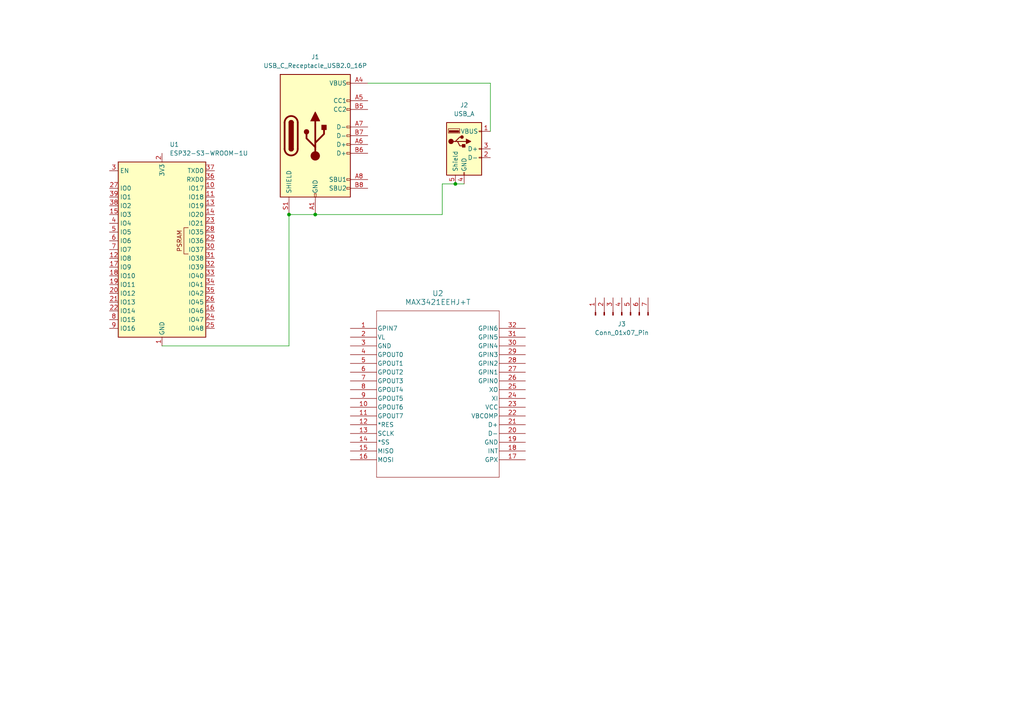
<source format=kicad_sch>
(kicad_sch (version 20231120) (generator "eeschema") (generator_version "8.0")
  (paper "A4")
  (lib_symbols
    (symbol "Connector:Conn_01x07_Pin" (pin_names (offset 1.016) hide)
      (property "Reference" "J" (at 0 10.16 0))
      (property "Value" "Conn_01x07_Pin" (at 0 -10.16 0))
      (symbol "Conn_01x07_Pin_1_1"
        (polyline (pts (xy 1.27 -7.62) (xy 0.8636 -7.62)) (stroke (width 0.1524)))
        (polyline (pts (xy 1.27 -5.08) (xy 0.8636 -5.08)) (stroke (width 0.1524)))
        (polyline (pts (xy 1.27 -2.54) (xy 0.8636 -2.54)) (stroke (width 0.1524)))
        (polyline (pts (xy 1.27 0) (xy 0.8636 0)) (stroke (width 0.1524)))
        (polyline (pts (xy 1.27 2.54) (xy 0.8636 2.54)) (stroke (width 0.1524)))
        (polyline (pts (xy 1.27 5.08) (xy 0.8636 5.08)) (stroke (width 0.1524)))
        (polyline (pts (xy 1.27 7.62) (xy 0.8636 7.62)) (stroke (width 0.1524)))
        (rectangle (start 0.8636 -7.493) (end 0 -7.747) (stroke (width 0.1524)) (fill (type outline)))
        (rectangle (start 0.8636 -4.953) (end 0 -5.207) (stroke (width 0.1524)) (fill (type outline)))
        (rectangle (start 0.8636 -2.413) (end 0 -2.667) (stroke (width 0.1524)) (fill (type outline)))
        (rectangle (start 0.8636 0.127) (end 0 -0.127) (stroke (width 0.1524)) (fill (type outline)))
        (rectangle (start 0.8636 2.667) (end 0 2.413) (stroke (width 0.1524)) (fill (type outline)))
        (rectangle (start 0.8636 5.207) (end 0 4.953) (stroke (width 0.1524)) (fill (type outline)))
        (rectangle (start 0.8636 7.747) (end 0 7.493) (stroke (width 0.1524)) (fill (type outline)))
        (pin passive line (at 5.08 7.62 180) (length 3.81) (name "Pin_1") (number "1"))
        (pin passive line (at 5.08 5.08 180) (length 3.81) (name "Pin_2") (number "2"))
        (pin passive line (at 5.08 2.54 180) (length 3.81) (name "Pin_3") (number "3"))
        (pin passive line (at 5.08 0 180) (length 3.81) (name "Pin_4") (number "4"))
        (pin passive line (at 5.08 -2.54 180) (length 3.81) (name "Pin_5") (number "5"))
        (pin passive line (at 5.08 -5.08 180) (length 3.81) (name "Pin_6") (number "6"))
        (pin passive line (at 5.08 -7.62 180) (length 3.81) (name "Pin_7") (number "7"))
      )
    )
    (symbol "Connector:USB_A" (pin_names (offset 1.016))
      (property "Reference" "J" (at -5.08 11.43 0))
      (property "Value" "USB_A" (at -5.08 8.89 0))
      (symbol "USB_A_0_1"
        (rectangle (start -5.08 -7.62) (end 5.08 7.62) (stroke (width 0.254)) (fill (type background)))
        (circle (center -3.81 2.159) (radius 0.635) (stroke (width 0.254)) (fill (type outline)))
        (rectangle (start -1.524 4.826) (end -4.318 5.334) (fill (type outline)))
        (rectangle (start -1.27 4.572) (end -4.572 5.842))
        (circle (center -0.635 3.429) (radius 0.381) (stroke (width 0.254)) (fill (type outline)))
        (rectangle (start -0.127 -7.62) (end 0.127 -6.858))
        (polyline (pts (xy -3.175 2.159) (xy -2.54 2.159) (xy -1.27 3.429) (xy -0.635 3.429)) (stroke (width 0.254)))
        (polyline (pts (xy -2.54 2.159) (xy -1.905 2.159) (xy -1.27 0.889) (xy 0 0.889)) (stroke (width 0.254)))
        (polyline (pts (xy 0.635 2.794) (xy 0.635 1.524) (xy 1.905 2.159) (xy 0.635 2.794)) (stroke (width 0.254)) (fill (type outline)))
        (rectangle (start 0.254 1.27) (end -0.508 0.508) (stroke (width 0.254)) (fill (type outline)))
        (rectangle (start 5.08 -2.667) (end 4.318 -2.413))
        (rectangle (start 5.08 -0.127) (end 4.318 0.127))
        (rectangle (start 5.08 4.953) (end 4.318 5.207))
      )
      (symbol "USB_A_1_1"
        (polyline (pts (xy -1.905 2.159) (xy 0.635 2.159)) (stroke (width 0.254)))
        (pin power_in line (at 7.62 5.08 180) (length 2.54) (name "VBUS") (number "1"))
        (pin bidirectional line (at 7.62 -2.54 180) (length 2.54) (name "D-") (number "2"))
        (pin bidirectional line (at 7.62 0 180) (length 2.54) (name "D+") (number "3"))
        (pin power_in line (at 0 -10.16 90) (length 2.54) (name "GND") (number "4"))
        (pin passive line (at -2.54 -10.16 90) (length 2.54) (name "Shield") (number "5"))
      )
    )
    (symbol "Connector:USB_C_Receptacle_USB2.0_16P" (pin_names (offset 1.016))
      (property "Reference" "J" (at 0 22.225 0))
      (property "Value" "USB_C_Receptacle_USB2.0_16P" (at 0 19.685 0))
      (symbol "USB_C_Receptacle_USB2.0_16P_0_0"
        (rectangle (start -0.254 -17.78) (end 0.254 -16.764))
        (rectangle (start 10.16 -14.986) (end 9.144 -15.494))
        (rectangle (start 10.16 -12.446) (end 9.144 -12.954))
        (rectangle (start 10.16 -4.826) (end 9.144 -5.334))
        (rectangle (start 10.16 -2.286) (end 9.144 -2.794))
        (rectangle (start 10.16 0.254) (end 9.144 -0.254))
        (rectangle (start 10.16 2.794) (end 9.144 2.286))
        (rectangle (start 10.16 7.874) (end 9.144 7.366))
        (rectangle (start 10.16 10.414) (end 9.144 9.906))
        (rectangle (start 10.16 15.494) (end 9.144 14.986))
      )
      (symbol "USB_C_Receptacle_USB2.0_16P_0_1"
        (rectangle (start -10.16 17.78) (end 10.16 -17.78) (stroke (width 0.254)) (fill (type background)))
        (arc (start -8.89 -3.81) (mid -6.985 -5.7067) (end -5.08 -3.81) (stroke (width 0.508)))
        (arc (start -7.62 -3.81) (mid -6.985 -4.4423) (end -6.35 -3.81) (stroke (width 0.254)))
        (arc (start -7.62 -3.81) (mid -6.985 -4.4423) (end -6.35 -3.81) (stroke (width 0.254)) (fill (type outline)))
        (rectangle (start -7.62 -3.81) (end -6.35 3.81) (stroke (width 0.254)) (fill (type outline)))
        (arc (start -6.35 3.81) (mid -6.985 4.4423) (end -7.62 3.81) (stroke (width 0.254)))
        (arc (start -6.35 3.81) (mid -6.985 4.4423) (end -7.62 3.81) (stroke (width 0.254)) (fill (type outline)))
        (arc (start -5.08 3.81) (mid -6.985 5.7067) (end -8.89 3.81) (stroke (width 0.508)))
        (circle (center -2.54 1.143) (radius 0.635) (stroke (width 0.254)) (fill (type outline)))
        (circle (center 0 -5.842) (radius 1.27) (fill (type outline)))
        (polyline (pts (xy -8.89 -3.81) (xy -8.89 3.81)) (stroke (width 0.508)))
        (polyline (pts (xy -5.08 3.81) (xy -5.08 -3.81)) (stroke (width 0.508)))
        (polyline (pts (xy 0 -5.842) (xy 0 4.318)) (stroke (width 0.508)))
        (polyline (pts (xy 0 -3.302) (xy -2.54 -0.762) (xy -2.54 0.508)) (stroke (width 0.508)))
        (polyline (pts (xy 0 -2.032) (xy 2.54 0.508) (xy 2.54 1.778)) (stroke (width 0.508)))
        (polyline (pts (xy -1.27 4.318) (xy 0 6.858) (xy 1.27 4.318) (xy -1.27 4.318)) (stroke (width 0.254)) (fill (type outline)))
        (rectangle (start 1.905 1.778) (end 3.175 3.048) (stroke (width 0.254)) (fill (type outline)))
      )
      (symbol "USB_C_Receptacle_USB2.0_16P_1_1"
        (pin passive line (at 0 -22.86 90) (length 5.08) (name "GND") (number "A1"))
        (pin passive line (at 0 -22.86 90) (length 5.08) hide (name "GND") (number "A12"))
        (pin passive line (at 15.24 15.24 180) (length 5.08) (name "VBUS") (number "A4"))
        (pin bidirectional line (at 15.24 10.16 180) (length 5.08) (name "CC1") (number "A5"))
        (pin bidirectional line (at 15.24 -2.54 180) (length 5.08) (name "D+") (number "A6"))
        (pin bidirectional line (at 15.24 2.54 180) (length 5.08) (name "D-") (number "A7"))
        (pin bidirectional line (at 15.24 -12.7 180) (length 5.08) (name "SBU1") (number "A8"))
        (pin passive line (at 15.24 15.24 180) (length 5.08) hide (name "VBUS") (number "A9"))
        (pin passive line (at 0 -22.86 90) (length 5.08) hide (name "GND") (number "B1"))
        (pin passive line (at 0 -22.86 90) (length 5.08) hide (name "GND") (number "B12"))
        (pin passive line (at 15.24 15.24 180) (length 5.08) hide (name "VBUS") (number "B4"))
        (pin bidirectional line (at 15.24 7.62 180) (length 5.08) (name "CC2") (number "B5"))
        (pin bidirectional line (at 15.24 -5.08 180) (length 5.08) (name "D+") (number "B6"))
        (pin bidirectional line (at 15.24 0 180) (length 5.08) (name "D-") (number "B7"))
        (pin bidirectional line (at 15.24 -15.24 180) (length 5.08) (name "SBU2") (number "B8"))
        (pin passive line (at 15.24 15.24 180) (length 5.08) hide (name "VBUS") (number "B9"))
        (pin passive line (at -7.62 -22.86 90) (length 5.08) (name "SHIELD") (number "S1"))
      )
    )
    (symbol "RF_Module:ESP32-S3-WROOM-1"
      (property "Reference" "U" (at -12.7 26.67 0))
      (property "Value" "ESP32-S3-WROOM-1" (at 12.7 26.67 0))
      (symbol "ESP32-S3-WROOM-1_0_0"
        (rectangle (start -12.7 25.4) (end 12.7 -25.4) (stroke (width 0.254)) (fill (type background)))
        (text "PSRAM" (at 5.08 2.54 900) (effects (font (size 1.27 1.27))))
      )
      (symbol "ESP32-S3-WROOM-1_0_1"
        (polyline (pts (xy 7.62 -1.27) (xy 6.35 -1.27) (xy 6.35 6.35) (xy 7.62 6.35)))
      )
      (symbol "ESP32-S3-WROOM-1_1_1"
        (pin power_in line (at 0 -27.94 90) (length 2.54) (name "GND") (number "1"))
        (pin bidirectional line (at 15.24 17.78 180) (length 2.54) (name "IO17") (number "10"))
        (pin bidirectional line (at 15.24 15.24 180) (length 2.54) (name "IO18") (number "11"))
        (pin bidirectional line (at -15.24 -2.54 0) (length 2.54) (name "IO8") (number "12"))
        (pin bidirectional line (at 15.24 12.7 180) (length 2.54) (name "IO19") (number "13"))
        (pin bidirectional line (at 15.24 10.16 180) (length 2.54) (name "IO20") (number "14"))
        (pin bidirectional line (at -15.24 10.16 0) (length 2.54) (name "IO3") (number "15"))
        (pin bidirectional line (at 15.24 -17.78 180) (length 2.54) (name "IO46") (number "16"))
        (pin bidirectional line (at -15.24 -5.08 0) (length 2.54) (name "IO9") (number "17"))
        (pin bidirectional line (at -15.24 -7.62 0) (length 2.54) (name "IO10") (number "18"))
        (pin bidirectional line (at -15.24 -10.16 0) (length 2.54) (name "IO11") (number "19"))
        (pin power_in line (at 0 27.94 270) (length 2.54) (name "3V3") (number "2"))
        (pin bidirectional line (at -15.24 -12.7 0) (length 2.54) (name "IO12") (number "20"))
        (pin bidirectional line (at -15.24 -15.24 0) (length 2.54) (name "IO13") (number "21"))
        (pin bidirectional line (at -15.24 -17.78 0) (length 2.54) (name "IO14") (number "22"))
        (pin bidirectional line (at 15.24 7.62 180) (length 2.54) (name "IO21") (number "23"))
        (pin bidirectional line (at 15.24 -20.32 180) (length 2.54) (name "IO47") (number "24"))
        (pin bidirectional line (at 15.24 -22.86 180) (length 2.54) (name "IO48") (number "25"))
        (pin bidirectional line (at 15.24 -15.24 180) (length 2.54) (name "IO45") (number "26"))
        (pin bidirectional line (at -15.24 17.78 0) (length 2.54) (name "IO0") (number "27"))
        (pin bidirectional line (at 15.24 5.08 180) (length 2.54) (name "IO35") (number "28"))
        (pin bidirectional line (at 15.24 2.54 180) (length 2.54) (name "IO36") (number "29"))
        (pin input line (at -15.24 22.86 0) (length 2.54) (name "EN") (number "3"))
        (pin bidirectional line (at 15.24 0 180) (length 2.54) (name "IO37") (number "30"))
        (pin bidirectional line (at 15.24 -2.54 180) (length 2.54) (name "IO38") (number "31"))
        (pin bidirectional line (at 15.24 -5.08 180) (length 2.54) (name "IO39") (number "32"))
        (pin bidirectional line (at 15.24 -7.62 180) (length 2.54) (name "IO40") (number "33"))
        (pin bidirectional line (at 15.24 -10.16 180) (length 2.54) (name "IO41") (number "34"))
        (pin bidirectional line (at 15.24 -12.7 180) (length 2.54) (name "IO42") (number "35"))
        (pin bidirectional line (at 15.24 20.32 180) (length 2.54) (name "RXD0") (number "36"))
        (pin bidirectional line (at 15.24 22.86 180) (length 2.54) (name "TXD0") (number "37"))
        (pin bidirectional line (at -15.24 12.7 0) (length 2.54) (name "IO2") (number "38"))
        (pin bidirectional line (at -15.24 15.24 0) (length 2.54) (name "IO1") (number "39"))
        (pin bidirectional line (at -15.24 7.62 0) (length 2.54) (name "IO4") (number "4"))
        (pin passive line (at 0 -27.94 90) (length 2.54) hide (name "GND") (number "40"))
        (pin passive line (at 0 -27.94 90) (length 2.54) hide (name "GND") (number "41"))
        (pin bidirectional line (at -15.24 5.08 0) (length 2.54) (name "IO5") (number "5"))
        (pin bidirectional line (at -15.24 2.54 0) (length 2.54) (name "IO6") (number "6"))
        (pin bidirectional line (at -15.24 0 0) (length 2.54) (name "IO7") (number "7"))
        (pin bidirectional line (at -15.24 -20.32 0) (length 2.54) (name "IO15") (number "8"))
        (pin bidirectional line (at -15.24 -22.86 0) (length 2.54) (name "IO16") (number "9"))
      )
    )
    (symbol "max:MAX3421EEHJ+T" (pin_names (offset 0.254))
      (property "Reference" "U" (at 25.4 10.16 0))
      (property "Value" "MAX3421EEHJ+T" (at 25.4 7.62 0))
      (symbol "MAX3421EEHJ+T_0_1"
        (polyline (pts (xy 7.62 -43.18) (xy 43.18 -43.18)) (stroke (width 0.127)))
        (polyline (pts (xy 7.62 5.08) (xy 7.62 -43.18)) (stroke (width 0.127)))
        (polyline (pts (xy 43.18 -43.18) (xy 43.18 5.08)) (stroke (width 0.127)))
        (polyline (pts (xy 43.18 5.08) (xy 7.62 5.08)) (stroke (width 0.127)))
        (pin input line (at 0 0 0) (length 7.62) (name "GPIN7") (number "1"))
        (pin output line (at 0 -22.86 0) (length 7.62) (name "GPOUT6") (number "10"))
        (pin output line (at 0 -25.4 0) (length 7.62) (name "GPOUT7") (number "11"))
        (pin input line (at 0 -27.94 0) (length 7.62) (name "*RES") (number "12"))
        (pin input line (at 0 -30.48 0) (length 7.62) (name "SCLK") (number "13"))
        (pin input line (at 0 -33.02 0) (length 7.62) (name "*SS") (number "14"))
        (pin output line (at 0 -35.56 0) (length 7.62) (name "MISO") (number "15"))
        (pin bidirectional line (at 0 -38.1 0) (length 7.62) (name "MOSI") (number "16"))
        (pin output line (at 50.8 -38.1 180) (length 7.62) (name "GPX") (number "17"))
        (pin output line (at 50.8 -35.56 180) (length 7.62) (name "INT") (number "18"))
        (pin power_out line (at 50.8 -33.02 180) (length 7.62) (name "GND") (number "19"))
        (pin input line (at 0 -2.54 0) (length 7.62) (name "VL") (number "2"))
        (pin bidirectional line (at 50.8 -30.48 180) (length 7.62) (name "D-") (number "20"))
        (pin bidirectional line (at 50.8 -27.94 180) (length 7.62) (name "D+") (number "21"))
        (pin input line (at 50.8 -25.4 180) (length 7.62) (name "VBCOMP") (number "22"))
        (pin power_in line (at 50.8 -22.86 180) (length 7.62) (name "VCC") (number "23"))
        (pin input line (at 50.8 -20.32 180) (length 7.62) (name "XI") (number "24"))
        (pin output line (at 50.8 -17.78 180) (length 7.62) (name "XO") (number "25"))
        (pin input line (at 50.8 -15.24 180) (length 7.62) (name "GPIN0") (number "26"))
        (pin input line (at 50.8 -12.7 180) (length 7.62) (name "GPIN1") (number "27"))
        (pin input line (at 50.8 -10.16 180) (length 7.62) (name "GPIN2") (number "28"))
        (pin input line (at 50.8 -7.62 180) (length 7.62) (name "GPIN3") (number "29"))
        (pin input line (at 0 -5.08 0) (length 7.62) (name "GND") (number "3"))
        (pin input line (at 50.8 -5.08 180) (length 7.62) (name "GPIN4") (number "30"))
        (pin input line (at 50.8 -2.54 180) (length 7.62) (name "GPIN5") (number "31"))
        (pin input line (at 50.8 0 180) (length 7.62) (name "GPIN6") (number "32"))
        (pin output line (at 0 -7.62 0) (length 7.62) (name "GPOUT0") (number "4"))
        (pin output line (at 0 -10.16 0) (length 7.62) (name "GPOUT1") (number "5"))
        (pin output line (at 0 -12.7 0) (length 7.62) (name "GPOUT2") (number "6"))
        (pin output line (at 0 -15.24 0) (length 7.62) (name "GPOUT3") (number "7"))
        (pin output line (at 0 -17.78 0) (length 7.62) (name "GPOUT4") (number "8"))
        (pin output line (at 0 -20.32 0) (length 7.62) (name "GPOUT5") (number "9"))
      )
    )
  )
  (junction (at 83.82 62.23))
  (junction (at 132.08 53.34))
  (junction (at 91.44 62.23))
  (wire (pts (xy 83.82 62.23) (xy 83.82 100.33)))
  (wire (pts (xy 83.82 100.33) (xy 46.99 100.33)))
  (wire (pts (xy 132.08 53.34) (xy 128.27 53.34)))
  (wire (pts (xy 106.68 24.13) (xy 142.24 24.13)))
  (wire (pts (xy 128.27 53.34) (xy 128.27 62.23)))
  (wire (pts (xy 132.08 53.34) (xy 134.62 53.34)))
  (wire (pts (xy 83.82 62.23) (xy 91.44 62.23)))
  (wire (pts (xy 128.27 62.23) (xy 91.44 62.23)))
  (wire (pts (xy 142.24 24.13) (xy 142.24 38.1)))
  (symbol (lib_id "Connector:USB_C_Receptacle_USB2.0_16P") (at 91.44 39.37 0) (unit 1)
    (property "Reference" "J1" (at 91.44 16.51 0))
    (property "Value" "USB_C_Receptacle_USB2.0_16P" (at 91.44 19.05 0))
    (property "Footprint" "Connector_USB:USB_C_Receptacle_GCT_USB4110" (effects (hide yes)))
    (property "Datasheet" "https://www.usb.org/sites/default/files/documents/usb_type-c.zip" (effects (hide yes)))
    (property "Description" "USB 2.0-only 16P Type-C Receptacle connector" (effects (hide yes)))
  )
  (symbol (lib_id "RF_Module:ESP32-S3-WROOM-1") (at 46.99 72.39 0) (unit 1)
    (property "Reference" "U1" (at 49.1841 41.91 0) (effects (justify left)))
    (property "Value" "ESP32-S3-WROOM-1U" (at 49.1841 44.45 0) (effects (justify left)))
    (property "Footprint" "RF_Module:ESP32-S3-WROOM-1U" (effects (hide yes)))
    (property "Datasheet" "https://www.espressif.com/sites/default/files/documentation/esp32-s3-wroom-1_wroom-1u_datasheet_en.pdf" (effects (hide yes)))
    (property "Description" "RF Module, ESP32-S3 SoC, Wi-Fi 802.11b/g/n, Bluetooth, BLE, 32-bit, 3.3V, onboard antenna, SMD" (effects (hide yes)))
  )
  (symbol (lib_id "Connector:Conn_01x07_Pin") (at 180.34 91.44 90) (unit 1)
    (property "Reference" "J3" (at 180.34 93.98 90))
    (property "Value" "Conn_01x07_Pin" (at 180.34 96.52 90))
    (property "Footprint" "Connector_PinSocket_1.27mm:PinSocket_1x07_P1.27mm_Vertical" (effects (hide yes)))
    (property "Description" "Generic connector, single row, 01x07, script generated" (effects (hide yes)))
  )
  (symbol (lib_id "Connector:USB_A") (at 134.62 43.18 0) (unit 1)
    (property "Reference" "J2" (at 134.62 30.48 0))
    (property "Value" "USB_A" (at 134.62 33.02 0))
    (property "Footprint" "Connector_USB:USB_A_Molex_67643_Horizontal" (effects (hide yes)))
    (property "Description" "USB Type A connector" (effects (hide yes)))
  )
  (symbol (lib_id "max:MAX3421EEHJ+T") (at 101.6 95.25 0) (unit 1)
    (property "Reference" "U2" (at 127 85.09 0) (effects (font (size 1.524 1.524))))
    (property "Value" "MAX3421EEHJ+T" (at 127 87.63 0) (effects (font (size 1.524 1.524))))
    (property "Footprint" "max:21-0110-C_90-0149-32L_MXM" (effects (hide yes)))
    (property "Datasheet" "MAX3421EEHJ+T" (effects (hide yes)))
  )
)
</source>
